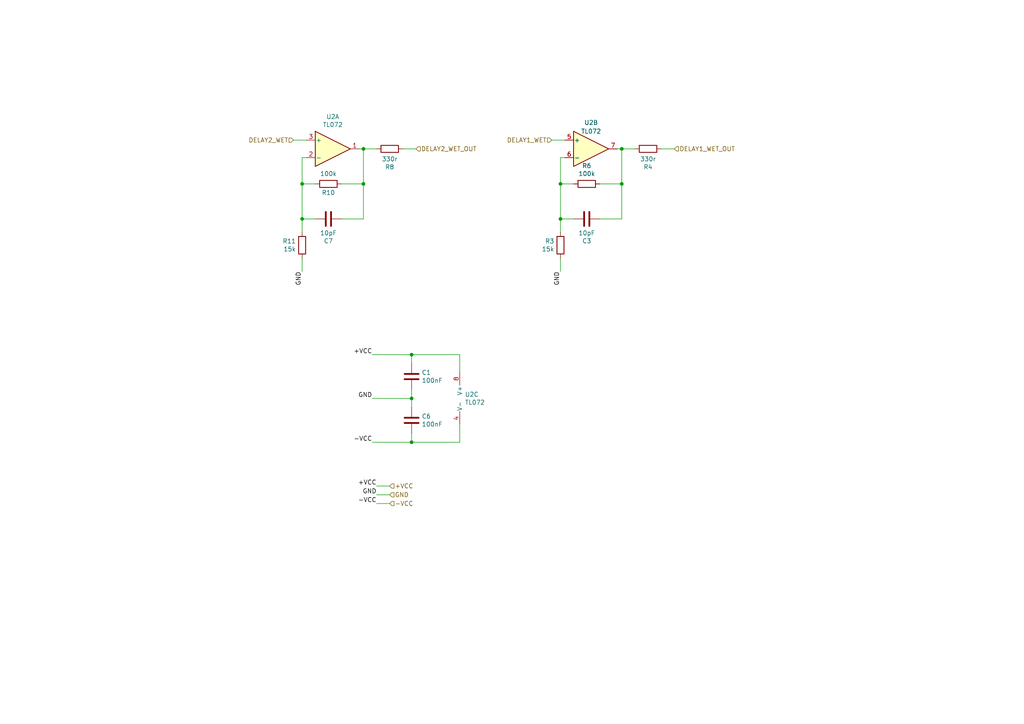
<source format=kicad_sch>
(kicad_sch (version 20211123) (generator eeschema)
  (paper "A4")
  (lib_symbols
    (symbol "Amplifier_Operational:TL072" (pin_names (offset 0.127))
      (property "Reference" "U" (at 0 5.08 0))
      (property "Value" "TL072" (at 0 -5.08 0))
      (symbol "TL072_1_1"
        (polyline (pts (xy -5.08 5.08) (xy 5.08 0) (xy -5.08 -5.08) (xy -5.08 5.08)) (stroke (width 0.254)) (fill (type background)))
        (pin output line (at 7.62 0 180) (length 2.54) (name "~") (number "1"))
        (pin input line (at -7.62 -2.54 0) (length 2.54) (name "-") (number "2"))
        (pin input line (at -7.62 2.54 0) (length 2.54) (name "+") (number "3"))
      )
      (symbol "TL072_2_1"
        (polyline (pts (xy -5.08 5.08) (xy 5.08 0) (xy -5.08 -5.08) (xy -5.08 5.08)) (stroke (width 0.254)) (fill (type background)))
        (pin input line (at -7.62 2.54 0) (length 2.54) (name "+") (number "5"))
        (pin input line (at -7.62 -2.54 0) (length 2.54) (name "-") (number "6"))
        (pin output line (at 7.62 0 180) (length 2.54) (name "~") (number "7"))
      )
      (symbol "TL072_3_1"
        (pin power_in line (at -2.54 -7.62 90) (length 3.81) (name "V-") (number "4"))
        (pin power_in line (at -2.54 7.62 270) (length 3.81) (name "V+") (number "8"))
      )
    )
    (symbol "Device:C" (pin_numbers hide) (pin_names (offset 0.254))
      (property "Reference" "C" (at 0.635 2.54 0))
      (property "Value" "C" (at 0.635 -2.54 0))
      (symbol "C_0_1"
        (polyline (pts (xy -2.032 -0.762) (xy 2.032 -0.762)) (stroke (width 0.508)))
        (polyline (pts (xy -2.032 0.762) (xy 2.032 0.762)) (stroke (width 0.508)))
      )
      (symbol "C_1_1"
        (pin passive line (at 0 3.81 270) (length 2.794) (name "~") (number "1"))
        (pin passive line (at 0 -3.81 90) (length 2.794) (name "~") (number "2"))
      )
    )
    (symbol "Device:R" (pin_numbers hide) (pin_names (offset 0))
      (property "Reference" "R" (at 2.032 0 90))
      (property "Value" "R" (at 0 0 90))
      (symbol "R_0_1"
        (rectangle (start -1.016 -2.54) (end 1.016 2.54) (stroke (width 0.254)))
      )
      (symbol "R_1_1"
        (pin passive line (at 0 3.81 270) (length 1.27) (name "~") (number "1"))
        (pin passive line (at 0 -3.81 90) (length 1.27) (name "~") (number "2"))
      )
    )
  )
  (junction (at 119.38 102.87))
  (junction (at 180.34 43.18))
  (junction (at 162.56 63.5))
  (junction (at 162.56 53.34))
  (junction (at 87.63 53.34))
  (junction (at 119.38 128.27))
  (junction (at 105.41 43.18))
  (junction (at 180.34 53.34))
  (junction (at 105.41 53.34))
  (junction (at 119.38 115.57))
  (junction (at 87.63 63.5))
  (wire (pts (xy 133.35 102.87) (xy 133.35 107.95)))
  (wire (pts (xy 105.41 43.18) (xy 109.22 43.18)))
  (wire (pts (xy 107.95 102.87) (xy 119.38 102.87)))
  (wire (pts (xy 119.38 118.11) (xy 119.38 115.57)))
  (wire (pts (xy 85.09 40.64) (xy 88.9 40.64)))
  (wire (pts (xy 173.99 63.5) (xy 180.34 63.5)))
  (wire (pts (xy 99.06 53.34) (xy 105.41 53.34)))
  (wire (pts (xy 119.38 128.27) (xy 133.35 128.27)))
  (wire (pts (xy 119.38 102.87) (xy 119.38 105.41)))
  (wire (pts (xy 179.07 43.18) (xy 180.34 43.18)))
  (wire (pts (xy 87.63 63.5) (xy 87.63 67.31)))
  (wire (pts (xy 191.77 43.18) (xy 195.58 43.18)))
  (wire (pts (xy 180.34 53.34) (xy 180.34 43.18)))
  (wire (pts (xy 116.84 43.18) (xy 120.65 43.18)))
  (wire (pts (xy 119.38 102.87) (xy 133.35 102.87)))
  (wire (pts (xy 162.56 74.93) (xy 162.56 78.74)))
  (wire (pts (xy 104.14 43.18) (xy 105.41 43.18)))
  (wire (pts (xy 160.02 40.64) (xy 163.83 40.64)))
  (wire (pts (xy 119.38 128.27) (xy 119.38 125.73)))
  (wire (pts (xy 105.41 53.34) (xy 105.41 43.18)))
  (wire (pts (xy 113.03 146.05) (xy 109.22 146.05)))
  (wire (pts (xy 87.63 53.34) (xy 87.63 63.5)))
  (wire (pts (xy 133.35 123.19) (xy 133.35 128.27)))
  (wire (pts (xy 162.56 53.34) (xy 166.37 53.34)))
  (wire (pts (xy 162.56 45.72) (xy 162.56 53.34)))
  (wire (pts (xy 105.41 63.5) (xy 105.41 53.34)))
  (wire (pts (xy 180.34 63.5) (xy 180.34 53.34)))
  (wire (pts (xy 109.22 140.97) (xy 113.03 140.97)))
  (wire (pts (xy 99.06 63.5) (xy 105.41 63.5)))
  (wire (pts (xy 180.34 43.18) (xy 184.15 43.18)))
  (wire (pts (xy 162.56 63.5) (xy 162.56 67.31)))
  (wire (pts (xy 162.56 63.5) (xy 166.37 63.5)))
  (wire (pts (xy 87.63 63.5) (xy 91.44 63.5)))
  (wire (pts (xy 119.38 115.57) (xy 107.95 115.57)))
  (wire (pts (xy 87.63 45.72) (xy 88.9 45.72)))
  (wire (pts (xy 87.63 45.72) (xy 87.63 53.34)))
  (wire (pts (xy 107.95 128.27) (xy 119.38 128.27)))
  (wire (pts (xy 162.56 45.72) (xy 163.83 45.72)))
  (wire (pts (xy 162.56 53.34) (xy 162.56 63.5)))
  (wire (pts (xy 119.38 115.57) (xy 119.38 113.03)))
  (wire (pts (xy 173.99 53.34) (xy 180.34 53.34)))
  (wire (pts (xy 87.63 53.34) (xy 91.44 53.34)))
  (wire (pts (xy 109.22 143.51) (xy 113.03 143.51)))
  (wire (pts (xy 87.63 74.93) (xy 87.63 78.74)))
  (label "-VCC" (at 107.95 128.27 180))
  (label "+VCC" (at 107.95 102.87 180))
  (label "+VCC" (at 109.22 140.97 180))
  (label "GND" (at 107.95 115.57 180))
  (label "GND" (at 109.22 143.51 180))
  (label "-VCC" (at 109.22 146.05 180))
  (label "GND" (at 162.56 78.74 270))
  (label "GND" (at 87.63 78.74 270))
  (hierarchical_label "DELAY2_WET" (shape input) (at 85.09 40.64 180))
  (hierarchical_label "-VCC" (shape input) (at 113.03 146.05 0))
  (hierarchical_label "DELAY1_WET" (shape input) (at 160.02 40.64 180))
  (hierarchical_label "+VCC" (shape input) (at 113.03 140.97 0))
  (hierarchical_label "DELAY1_WET_OUT" (shape input) (at 195.58 43.18 0))
  (hierarchical_label "GND" (shape input) (at 113.03 143.51 0))
  (hierarchical_label "DELAY2_WET_OUT" (shape input) (at 120.65 43.18 0))
  (symbol (lib_id "Device:R") (at 87.63 71.12 0) (mirror x) (unit 1)
    (property "Reference" "R11" (at 85.852 69.9516 0) (effects (justify right)))
    (property "Value" "15k" (at 85.852 72.263 0) (effects (justify right)))
    (property "Footprint" "Rumblesan_Footprints:Resistor_THT_L6.3mm_D2.5mm_P10.16mm_Horizontal" (effects hide))
  )
  (symbol (lib_id "Device:C") (at 95.25 63.5 270) (mirror x) (unit 1)
    (property "Reference" "C7" (at 95.25 69.9008 90))
    (property "Value" "10pF" (at 95.25 67.5894 90))
    (property "Footprint" "Rumblesan_Footprints:C_Rect_L7.0mm_W3.5mm_P5.00mm" (effects hide))
  )
  (symbol (lib_id "Device:R") (at 95.25 53.34 270) (mirror x) (unit 1)
    (property "Reference" "R10" (at 95.25 55.88 90))
    (property "Value" "100k" (at 95.25 50.3936 90))
    (property "Footprint" "Rumblesan_Footprints:Resistor_THT_L6.3mm_D2.5mm_P10.16mm_Horizontal" (effects hide))
  )
  (symbol (lib_id "Amplifier_Operational:TL072") (at 171.45 43.18 0) (unit 2)
    (property "Reference" "U2" (at 171.45 35.56 0))
    (property "Value" "TL072" (at 171.45 38.1 0))
    (property "Footprint" "Rumblesan_Footprints:DIP-8_W7.62mm_Socket" (effects hide))
    (property "Datasheet" "http://www.ti.com/lit/ds/symlink/tl071.pdf" (effects hide))
  )
  (symbol (lib_id "Device:R") (at 162.56 71.12 0) (mirror x) (unit 1)
    (property "Reference" "R3" (at 160.782 69.9516 0) (effects (justify right)))
    (property "Value" "15k" (at 160.782 72.263 0) (effects (justify right)))
    (property "Footprint" "Rumblesan_Footprints:Resistor_THT_L6.3mm_D2.5mm_P10.16mm_Horizontal" (effects hide))
  )
  (symbol (lib_id "Device:C") (at 170.18 63.5 270) (mirror x) (unit 1)
    (property "Reference" "C3" (at 170.18 69.9008 90))
    (property "Value" "10pF" (at 170.18 67.5894 90))
    (property "Footprint" "Rumblesan_Footprints:C_Rect_L7.0mm_W3.5mm_P5.00mm" (effects hide))
  )
  (symbol (lib_id "Amplifier_Operational:TL072") (at 96.52 43.18 0) (unit 1)
    (property "Reference" "U2" (at 96.52 33.8582 0))
    (property "Value" "TL072" (at 96.52 36.1696 0))
    (property "Footprint" "Rumblesan_Footprints:DIP-8_W7.62mm_Socket" (effects hide))
    (property "Datasheet" "http://www.ti.com/lit/ds/symlink/tl071.pdf" (effects hide))
  )
  (symbol (lib_id "Device:R") (at 170.18 53.34 270) (mirror x) (unit 1)
    (property "Reference" "R6" (at 170.18 48.0822 90))
    (property "Value" "100k" (at 170.18 50.3936 90))
    (property "Footprint" "Rumblesan_Footprints:Resistor_THT_L6.3mm_D2.5mm_P10.16mm_Horizontal" (effects hide))
  )
  (symbol (lib_id "Amplifier_Operational:TL072") (at 135.89 115.57 0) (unit 3)
    (property "Reference" "U2" (at 134.8232 114.4016 0) (effects (justify left)))
    (property "Value" "TL072" (at 134.8232 116.713 0) (effects (justify left)))
    (property "Footprint" "Rumblesan_Footprints:DIP-8_W7.62mm_Socket" (effects hide))
    (property "Datasheet" "http://www.ti.com/lit/ds/symlink/tl071.pdf" (effects hide))
  )
  (symbol (lib_id "Device:C") (at 119.38 109.22 180) (unit 1)
    (property "Reference" "C1" (at 122.301 108.0516 0) (effects (justify right)))
    (property "Value" "100nF" (at 122.301 110.363 0) (effects (justify right)))
    (property "Footprint" "Rumblesan_Footprints:C_Rect_L7.0mm_W3.5mm_P5.00mm" (effects hide))
  )
  (symbol (lib_id "Device:C") (at 119.38 121.92 180) (unit 1)
    (property "Reference" "C6" (at 122.301 120.7516 0) (effects (justify right)))
    (property "Value" "100nF" (at 122.301 123.063 0) (effects (justify right)))
    (property "Footprint" "Rumblesan_Footprints:C_Rect_L7.0mm_W3.5mm_P5.00mm" (effects hide))
  )
  (symbol (lib_id "Device:R") (at 187.96 43.18 270) (mirror x) (unit 1)
    (property "Reference" "R4" (at 187.96 48.4378 90))
    (property "Value" "330r" (at 187.96 46.1264 90))
    (property "Footprint" "Rumblesan_Footprints:Resistor_THT_L6.3mm_D2.5mm_P10.16mm_Horizontal" (effects hide))
  )
  (symbol (lib_id "Device:R") (at 113.03 43.18 270) (mirror x) (unit 1)
    (property "Reference" "R8" (at 113.03 48.4378 90))
    (property "Value" "330r" (at 113.03 46.1264 90))
    (property "Footprint" "Rumblesan_Footprints:Resistor_THT_L6.3mm_D2.5mm_P10.16mm_Horizontal" (effects hide))
  )
)
</source>
